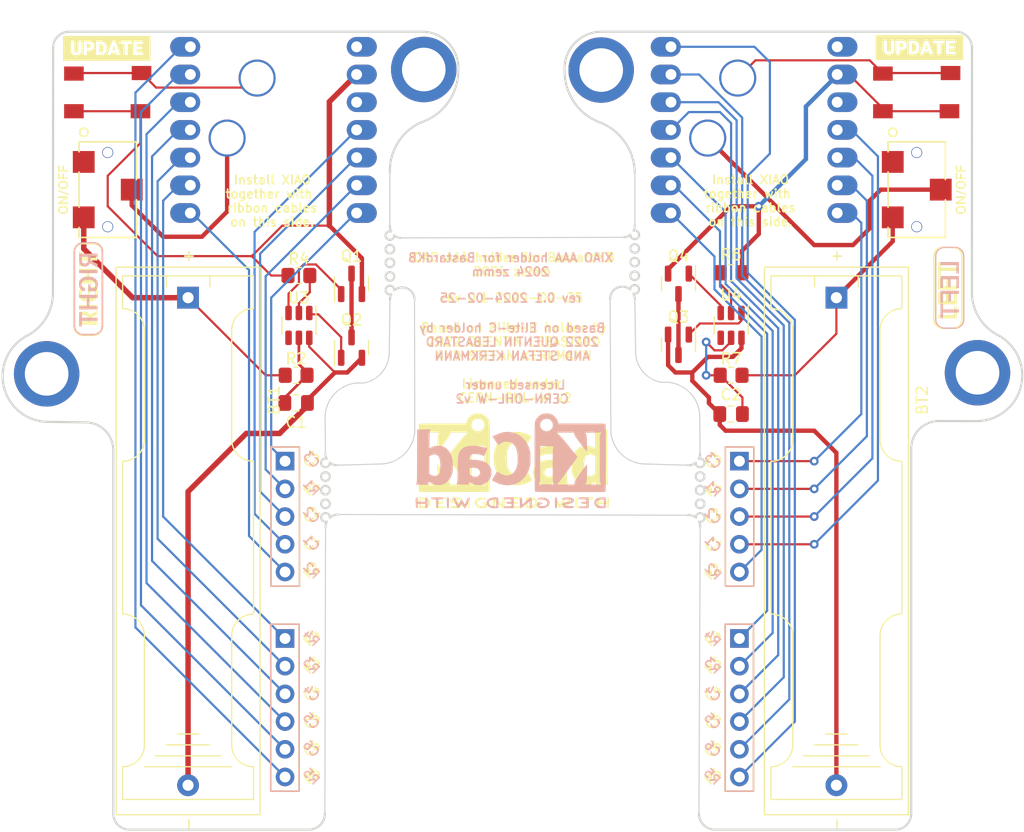
<source format=kicad_pcb>
(kicad_pcb (version 20221018) (generator pcbnew)
  (layers (0 "F.Cu" signal) (31 "B.Cu" signal) (34 "B.Paste" user) (35 "F.Paste" user) (36 "B.SilkS" user "B.Silkscreen") (37 "F.SilkS" user "F.Silkscreen") (38 "B.Mask" user) (39 "F.Mask" user) (44 "Edge.Cuts" user))
  (net 0 "")
  (net 2 "Net-(Q1-D)")
  (net 4 "col3_l")
  (net 5 "row1_l")
  (net 6 "col2_l")
  (net 7 "col1_l")
  (net 8 "row2_l")
  (net 9 "row4_l")
  (net 10 "row3_l")
  (net 11 "col4_l")
  (net 12 "col5_l")
  (net 13 "col6_l")
  (net 14 "row5_l")
  (net 15 "col3_r")
  (net 16 "row1_r")
  (net 17 "col2_r")
  (net 18 "col1_r")
  (net 19 "row2_r")
  (net 20 "row4_r")
  (net 21 "row3_r")
  (net 22 "col4_r")
  (net 23 "col5_r")
  (net 24 "col6_r")
  (net 25 "row5_r")
  (net 26 "bat_pos_sw_l")
  (net 27 "bat_pos_sw_r")
  (net 28 "Net-(Q2-G)")
  (net 29 "Net-(Q1-G)")
  (net 30 "rst_l")
  (net 31 "Net-(U3-VDD)")
  (net 32 "Net-(Q3-G)")
  (net 33 "Net-(Q3-D)")
  (net 34 "Net-(Q4-G)")
  (net 35 "rst_r")
  (net 40 "Net-(U4-VDD)")
  (net 45 "gnd_l")
  (net 46 "gnd_r")
  (net 47 "Net-(U3-VM)")
  (net 48 "Net-(U4-VM)")
  (net 49 "bat_pos_l")
  (net 50 "bat_pos_r")
  (net 53 "bat_neg_l")
  (net 54 "bat_neg_r")
  (footprint "Capacitor_SMD:C_0805_2012Metric_Pad1.18x1.45mm_HandSolder" (layer "F.Cu") (at 135.636 101.854)
    (fp_text reference "C1")
    (fp_text value "100n")
  )
  (footprint "Library:BatteryHolder_Keystone_2466_1xAAA" (layer "F.Cu") (at 125.73 92.202 -90)
    (fp_text reference "BT1")
    (fp_text value "Battery_Cell")
  )
  (footprint "Library:5_PinHeader" (layer "F.Cu") (at 134.62 107.188)
    (fp_text reference "J9" hide)
    (fp_text value "Ribbon")
  )
  (footprint "kibuzzard-61F01C84" (layer "F.Cu") (at 118.28 69.342)
    (fp_text reference "kibuzzard-61F01C84" hide)
    (fp_text value "G***" hide)
  )
  (footprint "LOGO" (layer "F.Cu") (at 155.448 107.188)
    (fp_text reference "G***" hide)
    (fp_text value "LOGO" hide)
  )
  (footprint "Package_TO_SOT_SMD:SOT-23" (layer "F.Cu") (at 140.716 96.774 90)
    (fp_text reference "Q2")
    (fp_text value "Q_NMOS_GSD" hide)
  )
  (footprint "Library:CL-SB-12B-01T" (layer "F.Cu") (at 192.532 82.296 -90)
    (fp_text reference "SW4")
    (fp_text value "SW_SPDT")
  )
  (footprint "Library:6_PinHeader" (layer "F.Cu") (at 176.276 123.444)
    (fp_text reference "J12" hide)
    (fp_text value "Ribbon")
  )
  (footprint "Resistor_SMD:R_0805_2012Metric_Pad1.20x1.40mm_HandSolder" (layer "F.Cu") (at 175.514 89.916)
    (fp_text reference "R6")
    (fp_text value "2.7k")
  )
  (footprint "Library:xiao-ble-smd-2-round-3mm-cutouts" (layer "F.Cu") (at 177.62 76.82)
    (fp_text reference "U2" hide)
    (fp_text value "xiao-ble" hide)
  )
  (footprint "Resistor_SMD:R_0805_2012Metric_Pad1.20x1.40mm_HandSolder" (layer "F.Cu") (at 175.514 99.314 180)
    (fp_text reference "R7")
    (fp_text value "330")
  )
  (footprint "Package_TO_SOT_SMD:SOT-23" (layer "F.Cu") (at 170.688 96.52 -90)
    (fp_text reference "Q3")
    (fp_text value "Q_NMOS_GSD" hide)
  )
  (footprint "Library:MountingHole_4mm_Pad_thin" (layer "F.Cu") (at 198.103921 99.08266)
    (fp_text reference "H3" hide)
    (fp_text value "M4")
  )
  (footprint "Library:PushSwitch" (layer "F.Cu") (at 192.532 73.406)
    (fp_text reference "SW2" hide)
    (fp_text value "SW_SPST")
  )
  (footprint "Resistor_SMD:R_0805_2012Metric_Pad1.20x1.40mm_HandSolder" (layer "F.Cu") (at 135.89 90.17 180)
    (fp_text reference "R4")
    (fp_text value "2.7k")
  )
  (footprint "kibuzzard-620B8593" (layer "F.Cu") (at 114.3 82.296 90)
    (fp_text reference "kibuzzard-620B8593" hide)
    (fp_text value "G***" hide)
  )
  (footprint "Library:5_PinHeader" (layer "F.Cu") (at 176.276 107.188)
    (fp_text reference "J11" hide)
    (fp_text value "Ribbon")
  )
  (footprint "Library:MountingHole_4mm_Pad_thin" (layer "F.Cu") (at 112.76262 99.18266)
    (fp_text reference "H4" hide)
    (fp_text value "M4")
  )
  (footprint "Package_TO_SOT_SMD:SOT-23-6" (layer "F.Cu") (at 135.89 94.742 -90)
    (fp_text reference "U3")
    (fp_text value "AP9101CK6" hide)
  )
  (footprint "kibuzzard-620B8593" (layer "F.Cu") (at 196.596 82.296 90)
    (fp_text reference "kibuzzard-620B8593" hide)
    (fp_text value "G***" hide)
  )
  (footprint "Library:MountingHole_4mm_Pad_thin" (layer "F.Cu") (at 147.33762 71.28266)
    (fp_text reference "H2" hide)
    (fp_text value "M4")
  )
  (footprint "kibuzzard-6208EFFE" (layer "F.Cu") (at 195.350264 91.512767 90)
    (fp_text reference "kibuzzard-6208EFFE" hide)
    (fp_text value "G***" hide)
  )
  (footprint "Library:BatteryHolder_Keystone_2466_1xAAA" (layer "F.Cu") (at 185.166 92.202 -90)
    (fp_text reference "BT2")
    (fp_text value "Battery_Cell")
  )
  (footprint "kibuzzard-61F01C84" (layer "F.Cu") (at 192.782 69.270088)
    (fp_text reference "kibuzzard-61F01C84" hide)
    (fp_text value "G***" hide)
  )
  (footprint "kibuzzard-61F01B61" (layer "F.Cu") (at 116.575675 91.324217 90)
    (fp_text reference "kibuzzard-61F01B61" hide)
    (fp_text value "G***" hide)
  )
  (footprint "Package_TO_SOT_SMD:SOT-23" (layer "F.Cu") (at 170.688 90.932 -90)
    (fp_text reference "Q4")
    (fp_text value "Q_NMOS_GSD" hide)
  )
  (footprint "Package_TO_SOT_SMD:SOT-23-6" (layer "F.Cu") (at 175.514 94.742 -90)
    (fp_text reference "U4")
    (fp_text value "AP9101CK6" hide)
  )
  (footprint "Library:PushSwitch" (layer "F.Cu") (at 118.364 73.406)
    (fp_text reference "SW1" hide)
    (fp_text value "SW_SPST")
  )
  (footprint "Library:xiao-ble-smd-2-round-3mm-cutouts" (layer "F.Cu") (at 133.56 76.82)
    (fp_text reference "U1" hide)
    (fp_text value "xiao-ble" hide)
  )
  (footprint "Resistor_SMD:R_0805_2012Metric_Pad1.20x1.40mm_HandSolder" (layer "F.Cu") (at 135.636 99.314 180)
    (fp_text reference "R2")
    (fp_text value "330")
  )
  (footprint "Package_TO_SOT_SMD:SOT-23" (layer "F.Cu") (at 140.716 90.932 90)
    (fp_text reference "Q1")
    (fp_text value "Q_NMOS_GSD" hide)
  )
  (footprint "Capacitor_SMD:C_0805_2012Metric_Pad1.18x1.45mm_HandSolder" (layer "F.Cu") (at 175.514 102.87 180)
    (fp_text reference "C2")
    (fp_text value "100n")
  )
  (footprint "Library:CL-SB-12B-01T" (layer "F.Cu") (at 118.364 82.296 -90)
    (fp_text reference "SW3")
    (fp_text value "SW_SPDT")
  )
  (footprint "Library:MountingHole_4mm_Pad_thin" (layer "F.Cu") (at 163.603921 71.33266)
    (fp_text reference "H1" hide)
    (fp_text value "M4")
  )
  (footprint "Library:6_PinHeader" (layer "F.Cu") (at 134.62 123.444)
    (fp_text reference "J10" hide)
    (fp_text value "Ribbon")
  )
  (footprint "kibuzzard-6208EFFE" (layer "B.Cu") (at 195.550264 91.512767 -90)
    (fp_text reference "kibuzzard-6208EFFE" hide)
    (fp_text value "G***" hide)
  )
  (footprint "LOGO" (layer "B.Cu") (at 155.448 107.188 180)
    (fp_text reference "G***" hide)
    (fp_text value "LOGO" hide)
  )
  (footprint "kibuzzard-61F01B61" (layer "B.Cu") (at 116.596654 91.504587 -90)
    (fp_text reference "kibuzzard-61F01B61" hide)
    (fp_text value "G***" hide)
  )
  (gr_arc (start 117.876978 94.801304) (mid 117.646255 95.344625) (end 117.1059 95.582193) (stroke (width 0.15)) (layer "B.SilkS"))
  (gr_line (start 195.042424 87.591689) (end 196.061535 87.591689) (stroke (width 0.12)) (layer "B.SilkS"))
  (gr_arc (start 196.842424 94.212767) (mid 196.61162 94.755991) (end 196.071346 94.993656) (stroke (width 0.12)) (layer "B.SilkS"))
  (gr_line (start 115.3059 87.961115) (end 115.3059 94.786115) (stroke (width 0.15)) (layer "B.SilkS"))
  (gr_arc (start 194.271346 88.372578) (mid 194.502105 87.829289) (end 195.042424 87.591689) (stroke (width 0.12)) (layer "B.SilkS"))
  (gr_arc (start 196.061535 87.591689) (mid 196.613451 87.831341) (end 196.842425 88.387767) (stroke (width 0.12)) (layer "B.SilkS"))
  (gr_line (start 196.842424 94.212767) (end 196.842424 88.387767) (stroke (width 0.12)) (layer "B.SilkS"))
  (gr_line (start 196.071346 94.993656) (end 195.052235 94.993656) (stroke (width 0.12)) (layer "B.SilkS"))
  (gr_line (start 194.271346 88.372578) (end 194.271345 94.197578) (stroke (width 0.12)) (layer "B.SilkS"))
  (gr_arc (start 115.3059 87.961115) (mid 115.536685 87.417868) (end 116.076978 87.180226) (stroke (width 0.15)) (layer "B.SilkS"))
  (gr_line (start 117.876978 94.801304) (end 117.876979 87.976304) (stroke (width 0.15)) (layer "B.SilkS"))
  (gr_line (start 116.076978 87.180226) (end 117.096089 87.180226) (stroke (width 0.15)) (layer "B.SilkS"))
  (gr_arc (start 195.052235 94.993656) (mid 194.500385 94.753962) (end 194.271345 94.197578) (stroke (width 0.12)) (layer "B.SilkS"))
  (gr_line (start 117.1059 95.582193) (end 116.086789 95.582193) (stroke (width 0.15)) (layer "B.SilkS"))
  (gr_arc (start 116.086789 95.582193) (mid 115.53491 95.3425) (end 115.305899 94.786115) (stroke (width 0.15)) (layer "B.SilkS"))
  (gr_arc (start 117.096089 87.180226) (mid 117.647983 87.4199) (end 117.876979 87.976304) (stroke (width 0.15)) (layer "B.SilkS"))
  (gr_line (start 117.07511 95.648578) (end 116.055999 95.648578) (stroke (width 0.15)) (layer "F.SilkS"))
  (gr_line (start 117.856 94.8525) (end 117.855999 88.0275) (stroke (width 0.15)) (layer "F.SilkS"))
  (gr_arc (start 117.084921 87.246611) (mid 117.625261 87.484197) (end 117.855999 88.0275) (stroke (width 0.15)) (layer "F.SilkS"))
  (gr_line (start 194.881154 87.591689) (end 195.900265 87.591689) (stroke (width 0.12)) (layer "F.SilkS"))
  (gr_arc (start 195.900265 87.591689) (mid 196.440603 87.829301) (end 196.671343 88.372578) (stroke (width 0.12)) (layer "F.SilkS"))
  (gr_arc (start 194.100264 88.387767) (mid 194.329275 87.831375) (end 194.881154 87.591689) (stroke (width 0.12)) (layer "F.SilkS"))
  (gr_arc (start 196.671344 94.197578) (mid 196.442317 94.753944) (end 195.890454 94.993656) (stroke (width 0.12)) (layer "F.SilkS"))
  (gr_arc (start 194.871343 94.993656) (mid 194.331081 94.756009) (end 194.100265 94.212767) (stroke (width 0.12)) (layer "F.SilkS"))
  (gr_line (start 195.890454 94.993656) (end 194.871343 94.993656) (stroke (width 0.12)) (layer "F.SilkS"))
  (gr_line (start 194.100264 88.387767) (end 194.100265 94.212767) (stroke (width 0.12)) (layer "F.SilkS"))
  (gr_arc (start 116.055999 95.648578) (mid 115.51572 95.410952) (end 115.284921 94.867689) (stroke (width 0.15)) (layer "F.SilkS"))
  (gr_arc (start 117.856 94.8525) (mid 117.627006 95.40892) (end 117.07511 95.648578) (stroke (width 0.15)) (layer "F.SilkS"))
  (gr_line (start 196.671343 94.197578) (end 196.671343 88.372578) (stroke (width 0.12)) (layer "F.SilkS"))
  (gr_line (start 116.06581 87.246611) (end 117.084921 87.246611) (stroke (width 0.15)) (layer "F.SilkS"))
  (gr_arc (start 115.28492 88.042689) (mid 115.513928 87.486287) (end 116.06581 87.246611) (stroke (width 0.15)) (layer "F.SilkS"))
  (gr_line (start 115.284921 88.042689) (end 115.284921 94.867689) (stroke (width 0.15)) (layer "F.SilkS"))
  (gr_arc (start 172.567249 112.733917) (mid 172.652014 112.972998) (end 172.681042 113.224993) (stroke (width 0.2)) (layer "Edge.Cuts"))
  (gr_arc (start 113.341486 91.773749) (mid 112.713926 94.049213) (end 111.001486 95.673749) (stroke (width 0.2)) (layer "Edge.Cuts"))
  (gr_line (start 138.321139 106.475003) (end 138.294848 103.02) (stroke (width 0.1)) (layer "Edge.Cuts"))
  (gr_line (start 120.344534 140.97) (end 136.808999 140.97) (stroke (width 0.2)) (layer "Edge.Cuts"))
  (gr_circle (center 166.676385 90.188657) (end 166.676385 90.588657) (stroke (width 0.2)) (fill none) (layer "Edge.Cuts"))
  (gr_arc (start 144.230005 80.69637) (mid 144.961177 78.00204) (end 147.046951 76.14637) (stroke (width 0.2)) (layer "Edge.Cuts"))
  (gr_line (start 169.707184 99.95202) (end 169.060898 99.95202) (stroke (width 0.1)) (layer "Edge.Cuts"))
  (gr_line (start 141.87 100.02) (end 141.223714 100.02) (stroke (width 0.1)) (layer "Edge.Cuts"))
  (gr_circle (center 138.327029 109.849998) (end 138.327029 110.249998) (stroke (width 0.2)) (fill none) (layer "Edge.Cuts"))
  (gr_arc (start 145.198953 86.719957) (mid 144.896875 86.650598) (end 144.631223 86.490941) (stroke (width 0.2)) (layer "Edge.Cuts"))
  (gr_line (start 139.500307 112.078164) (end 171.553049 112.145365) (stroke (width 0.1)) (layer "Edge.Cuts"))
  (gr_arc (start 144.353864 91.890163) (mid 143.92409 91.26161) (end 144.640003 91.520942) (stroke (width 0.2)) (layer "Edge.Cuts"))
  (gr_arc (start 192.024 139.521031) (mid 191.588333 140.551018) (end 190.551466 140.97) (stroke (width 0.2)) (layer "Edge.Cuts"))
  (gr_arc (start 166.560598 91.822183) (mid 166.648817 92.061652) (end 166.689112 92.313653) (stroke (width 0.2)) (layer "Edge.Cuts"))
  (gr_line (start 172.681042 113.224993) (end 172.5655 139.493879) (stroke (width 0.1)) (layer "Edge.Cuts"))
  (gr_arc (start 172.279824 112.365697) (mid 172.994906 112.103868) (end 172.567249 112.733917) (stroke (width 0.2)) (layer "Edge.Cuts"))
  (gr_line (start 144.230005 85.631645) (end 144.230005 80.69637) (stroke (width 0.1)) (layer "Edge.Cuts"))
  (gr_line (start 112.943471 103.585074) (end 116.332 103.632) (stroke (width 0.2)) (layer "Edge.Cuts"))
  (gr_arc (start 147.305648 67.818) (mid 149.640324 68.89922) (end 150.500942 71.323904) (stroke (width 0.2)) (layer "Edge.Cuts"))
  (gr_arc (start 144.17 97.12) (mid 143.551367 98.991429) (end 141.87 100.02) (stroke (width 0.1)) (layer "Edge.Cuts"))
  (gr_arc (start 199.929412 95.605769) (mid 202.084528 100.328794) (end 197.987427 103.517094) (stroke (width 0.2)) (layer "Edge.Cuts"))
  (gr_circle (center 144.233714 87.756642) (end 144.233714 88.156642) (stroke (width 0.2)) (fill none) (layer "Edge.Cuts"))
  (gr_arc (start 172.669261 106.475005) (mid 172.641111 106.727101) (end 172.557183 106.966475) (stroke (width 0.2)) (layer "Edge.Cuts"))
  (gr_arc (start 160.25 71.391884) (mid 161.16756 68.877677) (end 163.62525 67.818) (stroke (width 0.2)) (layer "Edge.Cuts"))
  (gr_line (start 138.33292 113.224991) (end 138.270998 139.493879) (stroke (width 0.1)) (layer "Edge.Cuts"))
  (gr_circle (center 144.235895 89.00664) (end 144.235895 89.40664) (stroke (width 0.2)) (fill none) (layer "Edge.Cuts"))
  (gr_arc (start 150.500942 71.323904) (mid 149.564982 74.3017) (end 147.046951 76.14637) (stroke (width 0.2)) (layer "Edge.Cuts"))
  (gr_circle (center 172.677333 111.099996) (end 172.677333 110.699996) (stroke (width 0.2)) (fill none) (layer "Edge.Cuts"))
  (gr_arc (start 138.731137 112.3643) (mid 139.090702 112.153975) (end 139.500307 112.078164) (stroke (width 0.2)) (layer "Edge.Cuts"))
  (gr_arc (start 144.640003 91.520942) (mid 145.839178 91.358655) (end 146.491782 92.377707) (stroke (width 0.2)) (layer "Edge.Cuts"))
  (gr_line (start 196.149412 67.818) (end 163.62525 67.818) (stroke (width 0.2)) (layer "Edge.Cuts"))
  (gr_arc (start 144.241786 92.381633) (mid 144.269943 92.12954) (end 144.353864 91.890163) (stroke (width 0.2)) (layer "Edge.Cuts"))
  (gr_line (start 171.550389 107.56061) (end 167.490399 107.442) (stroke (width 0.1)) (layer "Edge.Cuts"))
  (gr_line (start 144.17 97.12) (end 144.241786 92.381633) (stroke (width 0.1)) (layer "Edge.Cuts"))
  (gr_line (start 192.024 106.048071) (end 192.024 139.521031) (stroke (width 0.2)) (layer "Edge.Cuts"))
  (gr_arc (start 169.707184 99.95202) (mid 171.731588 100.90533) (end 172.63605 102.95202) (stroke (width 0.1)) (layer "Edge.Cuts"))
  (gr_arc (start 139.345613 107.561458) (mid 139.013941 107.502874) (end 138.722357 107.334299) (stroke (width 0.2)) (layer "Edge.Cuts"))
  (gr_arc (start 138.434932 106.966079) (mid 138.350169 106.726997) (end 138.321139 106.475003) (stroke (width 0.2)) (layer "Edge.Cuts"))
  (gr_line (start 165.654037 86.668783) (end 145.198953 86.719957) (stroke (width 0.1)) (layer "Edge.Cuts"))
  (gr_line (start 166.689112 92.313653) (end 166.760898 97.05202) (stroke (width 0.1)) (layer "Edge.Cuts"))
  (gr_line (start 146.491782 92.377707) (end 146.51 104.513134) (stroke (width 0.1)) (layer "Edge.Cuts"))
  (gr_arc (start 166.283239 86.422961) (mid 165.988877 86.597675) (end 165.654037 86.668783) (stroke (width 0.2)) (layer "Edge.Cuts"))
  (gr_circle (center 172.675152 109.849998) (end 172.675152 109.449998) (stroke (width 0.2)) (fill none) (layer "Edge.Cuts"))
  (gr_line (start 147.305648 67.818) (end 114.808 67.818) (stroke (width 0.2)) (layer "Edge.Cuts"))
  (gr_line (start 139.345613 107.561458) (end 143.51 107.442) (stroke (width 0.1)) (layer "Edge.Cuts"))
  (gr_arc (start 167.490399 107.442) (mid 165.443717 106.537525) (end 164.490399 104.513134) (stroke (width 0.1)) (layer "Edge.Cuts"))
  (gr_circle (center 172.67297 108.600001) (end 172.67297 108.200001) (stroke (width 0.2)) (fill none) (layer "Edge.Cuts"))
  (gr_arc (start 163.703991 76.21435) (mid 161.185942 74.369687) (end 160.25 71.391884) (stroke (width 0.2)) (layer "Edge.Cuts"))
  (gr_circle (center 138.324848 108.6) (end 138.324848 109) (stroke (width 0.2)) (fill none) (layer "Edge.Cuts"))
  (gr_arc (start 138.722357 107.334299) (mid 138.007316 107.59613) (end 138.434932 106.966079) (stroke (width 0.2)) (layer "Edge.Cuts"))
  (gr_arc (start 169.060898 99.95202) (mid 167.379531 98.923449) (end 166.760898 97.05202) (stroke (width 0.1)) (layer "Edge.Cuts"))
  (gr_arc (start 112.943471 103.585074) (mid 108.84637 100.396774) (end 111.001486 95.673749) (stroke (width 0.2)) (layer "Edge.Cuts"))
  (gr_arc (start 144.343798 86.122721) (mid 144.259042 85.883639) (end 144.230005 85.631645) (stroke (width 0.2)) (layer "Edge.Cuts"))
  (gr_line (start 172.63605 102.95202) (end 172.669261 106.475005) (stroke (width 0.1)) (layer "Edge.Cuts"))
  (gr_line (start 174.027499 140.97) (end 190.551466 140.97) (stroke (width 0.2)) (layer "Edge.Cuts"))
  (gr_circle (center 138.329211 111.099995) (end 138.329211 111.499995) (stroke (width 0.2)) (fill none) (layer "Edge.Cuts"))
  (gr_arc (start 113.358 69.288) (mid 113.781423 68.255518) (end 114.808 67.818) (stroke (width 0.2)) (layer "Edge.Cuts"))
  (gr_arc (start 146.51 104.513134) (mid 145.556665 106.537497) (end 143.51 107.442) (stroke (width 0.1)) (layer "Edge.Cuts"))
  (gr_line (start 197.589412 91.705769) (end 197.599412 69.288) (stroke (width 0.2)) (layer "Edge.Cuts"))
  (gr_line (start 118.872 139.521031) (end 118.872 106.172) (stroke (width 0.2)) (layer "Edge.Cuts"))
  (gr_arc (start 163.703991 76.21435) (mid 165.856258 78.05569) (end 166.684457 80.76435) (stroke (width 0.2)) (layer "Edge.Cuts"))
  (gr_arc (start 172.557183 106.966475) (mid 172.986901 107.595029) (end 172.271044 107.335696) (stroke (width 0.2)) (layer "Edge.Cuts"))
  (gr_line (start 194.564 103.508071) (end 197.987427 103.517094) (stroke (width 0.2)) (layer "Edge.Cuts"))
  (gr_arc (start 138.270998 139.493879) (mid 137.847645 140.536631) (end 136.808999 140.97) (stroke (width 0.2)) (layer "Edge.Cuts"))
  (gr_arc (start 171.553049 112.145365) (mid 171.939026 112.181018) (end 172.279824 112.365697) (stroke (width 0.2)) (layer "Edge.Cuts"))
  (gr_arc (start 172.271044 107.335696) (mid 171.933506 107.521172) (end 171.550389 107.56061) (stroke (width 0.2)) (layer "Edge.Cuts"))
  (gr_arc (start 120.344534 140.97) (mid 119.307671 140.551014) (end 118.872 139.521031) (stroke (width 0.2)) (layer "Edge.Cuts"))
  (gr_circle (center 166.678567 88.93866) (end 166.678567 89.33866) (stroke (width 0.2)) (fill none) (layer "Edge.Cuts"))
  (gr_circle (center 166.680748 87.688662) (end 166.680748 88.088662) (stroke (width 0.2)) (fill none) (layer "Edge.Cuts"))
  (gr_arc (start 166.684457 85.563665) (mid 166.65542 85.815659) (end 166.570664 86.054741) (stroke (width 0.2)) (layer "Edge.Cuts"))
  (gr_arc (start 116.332 103.632) (mid 118.128037 104.375963) (end 118.872 106.172) (stroke (width 0.2)) (layer "Edge.Cuts"))
  (gr_arc (start 144.631223 86.490941) (mid 143.91622 86.752769) (end 144.343798 86.122721) (stroke (width 0.2)) (layer "Edge.Cuts"))
  (gr_arc (start 138.33292 113.224991) (mid 138.361071 112.972895) (end 138.444998 112.733521) (stroke (width 0.2)) (layer "Edge.Cuts"))
  (gr_arc (start 138.294848 103.02) (mid 139.199325 100.973329) (end 141.223714 100.02) (stroke (width 0.1)) (layer "Edge.Cuts"))
  (gr_arc (start 174.027499 140.97) (mid 172.988818 140.53666) (end 172.5655 139.493879) (stroke (width 0.2)) (layer "Edge.Cuts"))
  (gr_line (start 164.42268 92.309727) (end 164.490399 104.513134) (stroke (width 0.1)) (layer "Edge.Cuts"))
  (gr_arc (start 199.929412 95.605769) (mid 198.216972 93.981233) (end 197.589412 91.705769) (stroke (width 0.2)) (layer "Edge.Cuts"))
  (gr_line (start 166.684457 80.76435) (end 166.684457 85.563665) (stroke (width 0.1)) (layer "Edge.Cuts"))
  (gr_arc (start 164.42268 92.309727) (mid 165.075283 91.290673) (end 166.274459 91.452962) (stroke (width 0.2)) (layer "Edge.Cuts"))
  (gr_arc (start 196.149412 67.818) (mid 197.175963 68.255539) (end 197.599412 69.288) (stroke (width 0.2)) (layer "Edge.Cuts"))
  (gr_circle (center 144.238077 90.256637) (end 144.238077 90.656637) (stroke (width 0.2)) (fill none) (layer "Edge.Cuts"))
  (gr_arc (start 138.444998 112.733521) (mid 138.015158 112.104993) (end 138.731137 112.3643) (stroke (width 0.2)) (layer "Edge.Cuts"))
  (gr_line (start 113.358 69.288) (end 113.341486 91.773749) (stroke (width 0.2)) (layer "Edge.Cuts"))
  (gr_arc (start 166.570664 86.054741) (mid 166.998242 86.684789) (end 166.283239 86.422961) (stroke (width 0.2)) (layer "Edge.Cuts"))
  (gr_arc (start 166.274459 91.452962) (mid 166.990372 91.19363) (end 166.560598 91.822183) (stroke (width 0.2)) (layer "Edge.Cuts"))
  (gr_arc (start 192.024 106.048071) (mid 192.767962 104.252056) (end 194.564 103.508071) (stroke (width 0.2)) (layer "Edge.Cuts"))
  (gr_text "R4" (at 173.798801 123.404001 -45) (layer "B.SilkS") (effects (font (size 0.8 0.8)) (justify mirror)))
  (gr_text "C2" (at 173.841659 112.228001 -45) (layer "B.SilkS") (effects (font (size 0.8 0.8)) (justify mirror)))
  (gr_text "C4" (at 173.798801 128.484001 -45) (layer "B.SilkS") (effects (font (size 0.8 0.8)) (justify mirror)))
  (gr_text "R4" (at 137.024116 123.384002 315) (layer "B.SilkS") (effects (font (size 0.8 0.8)) (justify mirror)))
  (gr_text "C6" (at 137.024116 133.544002 315) (layer "B.SilkS") (effects (font (size 0.8 0.8)) (justify mirror)))
  (gr_text "R5" (at 137.024116 136.084002 315) (layer "B.SilkS") (effects (font (size 0.8 0.8)) (justify mirror)))
  (gr_text "R2" (at 173.841659 117.308001 -45) (layer "B.SilkS") (effects (font (size 0.8 0.8)) (justify mirror)))
  (gr_text "C6" (at 173.798801 133.564001 -45) (layer "B.SilkS") (effects (font (size 0.8 0.8)) (justify mirror)))
  (gr_text "R5" (at 173.773401 136.098059 -45) (layer "B.SilkS") (effects (font (size 0.8 0.8)) (justify mirror)))
  (gr_text "C1" (at 137.037458 114.667999 -45) (layer "B.SilkS") (effects (font (size 0.8 0.8)) (justify mirror)))
  (gr_text "R1" (at 173.841659 109.688001 -45) (layer "B.SilkS") (effects (font (size 0.8 0.8)) (justify mirror)))
  (gr_text "R1" (at 137.037458 109.587999 -45) (layer "B.SilkS") (effects (font (size 0.8 0.8)) (justify mirror)))
  (gr_text "C5" (at 173.798801 131.024001 -45) (layer "B.SilkS") (effects (font (size 0.8 0.8)) (justify mirror)))
  (gr_text "Based on Elite-C holder by\n2022 QUENTIN LEBASTARD\nAND STEFAN KERKMANN\n" (at 155.448 96.266) (layer "B.SilkS") (effects (font (size 0.8 0.8)) (justify mirror)))
  (gr_text "C4" (at 137.024116 128.464002 315) (layer "B.SilkS") (effects (font (size 0.8 0.8)) (justify mirror)))
  (gr_text "R3" (at 137.024116 125.924002 315) (layer "B.SilkS") (effects (font (size 0.8 0.8)) (justify mirror)))
  (gr_text "R2" (at 137.037458 117.207999 -45) (layer "B.SilkS") (effects (font (size 0.8 0.8)) (justify mirror)))
  (gr_text "rev 0.1 2024-02-25" (at 155.293006 92.231461) (layer "B.SilkS") (effects (font (size 0.8 0.8)) (justify mirror)))
  (gr_text "C3" (at 173.841659 107.148001 -45) (layer "B.SilkS") (effects (font (size 0.8 0.8)) (justify mirror)))
  (gr_text "C3" (at 137.037458 107.047999 -45) (layer "B.SilkS") (effects (font (size 0.8 0.8)) (justify mirror)))
  (gr_text "R3" (at 173.798801 125.944001 -45) (layer "B.SilkS") (effects (font (size 0.8 0.8)) (justify mirror)))
  (gr_text "C1" (at 173.841659 114.768001 -45) (layer "B.SilkS") (effects (font (size 0.8 0.8)) (justify mirror)))
  (gr_text "C2" (at 137.037458 112.127999 -45) (layer "B.SilkS") (effects (font (size 0.8 0.8)) (justify mirror)))
  (gr_text "C5" (at 137.024116 131.004002 315) (layer "B.SilkS") (effects (font (size 0.8 0.8)) (justify mirror)))
  (gr_text "Licensed under \nCERN-OHL-W v2" (at 155.448 100.838) (layer "B.SilkS") (effects (font (size 0.8 0.8)) (justify mirror)))
  (gr_text "XIAO AAA holder for BastardKB\n2024 zemm" (at 155.293006 89.183461) (layer "B.SilkS") (effects (font (size 0.8 0.8)) (justify mirror)))
  (gr_text "R3" (at 137.100316 125.924001 45) (layer "F.SilkS") (effects (font (size 0.8 0.8))))
  (gr_text "R4" (at 173.875001 123.404002 45) (layer "F.SilkS") (effects (font (size 0.8 0.8))))
  (gr_text "C2" (at 137.062858 112.128 45) (layer "F.SilkS") (effects (font (size 0.8 0.8))))
  (gr_text "C2" (at 173.867059 112.228002 45) (layer "F.SilkS") (effects (font (size 0.8 0.8))))
  (gr_text "Based on Elite-C holder by\n2022 QUENTIN LEBASTARD\nAND STEFAN KERKMANN" (at 155.602994 96.236539) (layer "F.SilkS") (effects (font (size 0.8 0.8))))
  (gr_text "C4" (at 137.100316 128.464001 45) (layer "F.SilkS") (effects (font (size 0.8 0.8))))
  (gr_text "R2" (at 137.062858 117.208 45) (layer "F.SilkS") (effects (font (size 0.8 0.8))))
  (gr_text "R1" (at 137.062858 109.588 45) (layer "F.SilkS") (effects (font (size 0.8 0.8))))
  (gr_text "C6" (at 173.875001 133.564002 45) (layer "F.SilkS") (effects (font (size 0.8 0.8))))
  (gr_text "XIAO AAA holder for BastardKB\n2024 zemm" (at 155.448 89.154) (layer "F.SilkS") (effects (font (size 0.8 0.8))))
  (gr_text "R4" (at 137.100316 123.384001 45) (layer "F.SilkS") (effects (font (size 0.8 0.8))))
  (gr_text "rev 0.1 2024-02-25" (at 155.448 92.202) (layer "F.SilkS") (effects (font (size 0.8 0.8))))
  (gr_text "C5" (at 173.875001 131.024002 45) (layer "F.SilkS") (effects (font (size 0.8 0.8))))
  (gr_text "C1" (at 173.867059 114.768002 45) (layer "F.SilkS") (effects (font (size 0.8 0.8))))
  (gr_text "R3" (at 173.875001 125.944002 45) (layer "F.SilkS") (effects (font (size 0.8 0.8))))
  (gr_text "C3" (at 173.867059 107.148002 45) (layer "F.SilkS") (effects (font (size 0.8 0.8))))
  (gr_text "R5" (at 137.125716 136.078059 45) (layer "F.SilkS") (effects (font (size 0.8 0.8))))
  (gr_text "Install XIAO\ntogether with \nribbon cables\non this side." (at 133.45 83.333613) (layer "F.SilkS") (effects (font (size 0.8 0.8))))
  (gr_text "C5" (at 137.100316 131.004001 45) (layer "F.SilkS") (effects (font (size 0.8 0.8))))
  (gr_text "C3" (at 137.062858 107.048 45) (layer "F.SilkS") (effects (font (size 0.8 0.8))))
  (gr_text "R1" (at 173.867059 109.688002 45) (layer "F.SilkS") (effects (font (size 0.8 0.8))))
  (gr_text "Install XIAO\ntogether with \nribbon cables\non this side." (at 177.292 83.312) (layer "F.SilkS") (effects (font (size 0.8 0.8))))
  (gr_text "C4" (at 173.875001 128.484002 45) (layer "F.SilkS") (effects (font (size 0.8 0.8))))
  (gr_text "R2" (at 173.867059 117.308002 45) (layer "F.SilkS") (effects (font (size 0.8 0.8))))
  (gr_text "R5" (at 173.875001 136.104002 45) (layer "F.SilkS") (effects (font (size 0.8 0.8))))
  (gr_text "C1" (at 137.062858 114.668 45) (layer "F.SilkS") (effects (font (size 0.8 0.8))))
  (gr_text "Licensed under \nCERN-OHL-W v2" (at 155.698 100.738) (layer "F.SilkS") (effects (font (size 0.8 0.8))))
  (gr_text "C6" (at 137.100316 133.544001 45) (layer "F.SilkS") (effects (font (size 0.8 0.8))))
  (segment (start 140.716 89.9945) (end 140.716 95.8365) (width 0.4) (layer "F.Cu") (net 2))
  (segment (start 141.112 84.44) (end 133.35 92.202) (width 0.2) (layer "B.Cu") (net 4))
  (segment (start 141.18 84.44) (end 141.112 84.44) (width 0.2) (layer "B.Cu") (net 4))
  (segment (start 133.35 92.202) (end 133.35 105.918) (width 0.2) (layer "B.Cu") (net 4))
  (segment (start 133.35 105.918) (end 134.62 107.188) (width 0.2) (layer "B.Cu") (net 4))
  (segment (start 134.62 109.728) (end 132.842 107.95) (width 0.2) (layer "B.Cu") (net 5))
  (segment (start 132.842 107.95) (end 132.842 90.238) (width 0.2) (layer "B.Cu") (net 5))
  (segment (start 132.842 90.238) (end 141.18 81.9) (width 0.2) (layer "B.Cu") (net 5))
  (segment (start 132.334 88.172) (end 141.146 79.36) (width 0.2) (layer "B.Cu") (net 6))
  (segment (start 141.146 79.36) (end 141.18 79.36) (width 0.2) (layer "B.Cu") (net 6))
  (segment (start 134.62 112.268) (end 132.334 109.982) (width 0.2) (layer "B.Cu") (net 6))
  (segment (start 132.334 109.982) (end 132.334 88.172) (width 0.2) (layer "B.Cu") (net 6))
  (segment (start 131.826 112.014) (end 134.62 114.808) (width 0.2) (layer "B.Cu") (net 7))
  (segment (start 141.18 76.82) (end 131.826 86.174) (width 0.2) (layer "B.Cu") (net 7))
  (segment (start 131.826 86.174) (end 131.826 112.014) (width 0.2) (layer "B.Cu") (net 7))
  (segment (start 131.318 114.046) (end 131.318 89.662) (width 0.2) (layer "B.Cu") (net 8))
  (segment (start 126.096 84.44) (end 125.94 84.44) (width 0.2) (layer "B.Cu") (net 8))
  (segment (start 134.62 117.348) (end 131.318 114.046) (width 0.2) (layer "B.Cu") (net 8))
  (segment (start 131.318 89.662) (end 126.096 84.44) (width 0.2) (layer "B.Cu") (net 8))
  (segment (start 125.94 81.9) (end 124.856 81.9) (width 0.2) (layer "B.Cu") (net 9))
  (segment (start 123.444 112.268) (end 134.62 123.444) (width 0.2) (layer "B.Cu") (net 9))
  (segment (start 123.444 83.312) (end 123.444 112.268) (width 0.2) (layer "B.Cu") (net 9))
  (segment (start 124.856 81.9) (end 123.444 83.312) (width 0.2) (layer "B.Cu") (net 9))
  (segment (start 125.94 79.36) (end 125.11 79.36) (width 0.2) (layer "B.Cu") (net 10))
  (segment (start 122.936 81.534) (end 122.936 114.3) (width 0.2) (layer "B.Cu") (net 10))
  (segment (start 125.11 79.36) (end 122.936 81.534) (width 0.2) (layer "B.Cu") (net 10))
  (segment (start 122.936 114.3) (end 134.62 125.984) (width 0.2) (layer "B.Cu") (net 10))
  (segment (start 122.428 116.332) (end 134.62 128.524) (width 0.2) (layer "B.Cu") (net 11))
  (segment (start 125.94 76.82) (end 124.856 76.82) (width 0.2) (layer "B.Cu") (net 11))
  (segment (start 122.428 79.248) (end 122.428 116.332) (width 0.2) (layer "B.Cu") (net 11))
  (segment (start 124.856 76.82) (end 122.428 79.248) (width 0.2) (layer "B.Cu") (net 11))
  (segment (start 124.856 74.28) (end 121.92 77.216) (width 0.2) (layer "B.Cu") (net 12))
  (segment (start 125.94 74.28) (end 124.856 74.28) (width 0.2) (layer "B.Cu") (net 12))
  (segment (start 121.92 118.364) (end 134.62 131.064) (width 0.2) (layer "B.Cu") (net 12))
  (segment (start 121.92 77.216) (end 121.92 118.364) (width 0.2) (layer "B.Cu") (net 12))
  (segment (start 121.412 75.184) (end 121.412 120.396) (width 0.2) (layer "B.Cu") (net 13))
  (segment (start 124.856 71.74) (end 121.412 75.184) (width 0.2) (layer "B.Cu") (net 13))
  (segment (start 121.412 120.396) (end 134.62 133.604) (width 0.2) (layer "B.Cu") (net 13))
  (segment (start 125.94 71.74) (end 124.856 71.74) (width 0.2) (layer "B.Cu") (net 13))
  (segment (start 125.11 69.2) (end 120.904 73.406) (width 0.2) (layer "B.Cu") (net 14))
  (segment (start 120.904 73.406) (end 120.904 122.428) (width 0.2) (layer "B.Cu") (net 14))
  (segment (start 120.904 122.428) (end 134.62 136.144) (width 0.2) (layer "B.Cu") (net 14))
  (segment (start 125.94 69.2) (end 125.11 69.2) (width 0.2) (layer "B.Cu") (net 14))
  (segment (start 176.276 107.188) (end 183.134 107.188) (width 0.2) (layer "F.Cu") (net 15))
  (via (at 183.134 107.188) (size 0.8) (drill 0.4) (layers "F.Cu" "B.Cu") (net 15))
  (segment (start 187.452 102.87) (end 183.134 107.188) (width 0.2) (layer "B.Cu") (net 15))
  (segment (start 185.24 84.44) (end 186.548 84.44) (width 0.2) (layer "B.Cu") (net 15))
  (segment (start 186.548 84.44) (end 187.452 85.344) (width 0.2) (layer "B.Cu") (net 15))
  (segment (start 187.452 85.344) (end 187.452 102.87) (width 0.2) (layer "B.Cu") (net 15))
  (segment (start 176.276 109.728) (end 183.134 109.728) (width 0.2) (layer "F.Cu") (net 16))
  (via (at 183.134 109.728) (size 0.8) (drill 0.4) (layers "F.Cu" "B.Cu") (net 16))
  (segment (start 187.96 83.312) (end 187.96 104.902) (width 0.2) (layer "B.Cu") (net 16))
  (segment (start 187.96 104.902) (end 183.134 109.728) (width 0.2) (layer "B.Cu") (net 16))
  (segment (start 186.548 81.9) (end 187.96 83.312) (width 0.2) (layer "B.Cu") (net 16))
  (segment (start 185.24 81.9) (end 186.548 81.9) (width 0.2) (layer "B.Cu") (net 16))
  (segment (start 176.276 112.268) (end 183.134 112.268) (width 0.2) (layer "F.Cu") (net 17))
  (via (at 183.134 112.268) (size 0.8) (drill 0.4) (layers "F.Cu" "B.Cu") (net 17))
  (segment (start 186.802 79.36) (end 188.468 81.026) (width 0.2) (layer "B.Cu") (net 17))
  (segment (start 188.468 81.026) (end 188.468 106.934) (width 0.2) (layer "B.Cu") (net 17))
  (segment (start 188.468 106.934) (end 183.134 112.268) (width 0.2) (layer "B.Cu") (net 17))
  (segment (start 185.24 79.36) (end 186.802 79.36) (width 0.2) (layer "B.Cu") (net 17))
  (segment (start 176.276 114.808) (end 183.134 114.808) (width 0.2) (layer "F.Cu") (net 18))
  (via (at 183.134 114.808) (size 0.8) (drill 0.4) (layers "F.Cu" "B.Cu") (net 18))
  (segment (start 188.976 108.966) (end 183.134 114.808) (width 0.2) (layer "B.Cu") (net 18))
  (segment (start 185.24 76.82) (end 186.548 76.82) (width 0.2) (layer "B.Cu") (net 18))
  (segment (start 186.548 76.82) (end 188.976 79.248) (width 0.2) (layer "B.Cu") (net 18))
  (segment (start 188.976 79.248) (end 188.976 108.966) (width 0.2) (layer "B.Cu") (net 18))
  (segment (start 178.308 115.316) (end 178.308 95.758) (width 0.2) (layer "B.Cu") (net 19))
  (segment (start 170 84.44) (end 173.99 88.43) (width 0.2) (layer "B.Cu") (net 19))
  (segment (start 178.308 95.758) (end 173.99 91.44) (width 0.2) (layer "B.Cu") (net 19))
  (segment (start 173.99 88.43) (end 173.99 91.44) (width 0.2) (layer "B.Cu") (net 19))
  (segment (start 176.276 117.348) (end 178.308 115.316) (width 0.2) (layer "B.Cu") (net 19))
  (segment (start 170.292 81.9) (end 174.498 86.106) (width 0.2) (layer "B.Cu") (net 20))
  (segment (start 174.498 86.106) (end 174.498 91.186) (width 0.2) (layer "B.Cu") (net 20))
  (segment (start 176.276 123.444) (end 178.816 120.904) (width 0.2) (layer "B.Cu") (net 20))
  (segment (start 170 81.9) (end 170.292 81.9) (width 0.2) (layer "B.Cu") (net 20))
  (segment (start 174.498 91.186) (end 178.816 95.504) (width 0.2) (layer "B.Cu") (net 20))
  (segment (start 178.816 120.904) (end 178.816 95.504) (width 0.2) (layer "B.Cu") (net 20))
  (segment (start 175.006 84.328) (end 175.006 90.932) (width 0.2) (layer "B.Cu") (net 21))
  (segment (start 176.276 125.984) (end 179.324 122.936) (width 0.2) (layer "B.Cu") (net 21))
  (segment (start 170.038 79.36) (end 175.006 84.328) (width 0.2) (layer "B.Cu") (net 21))
  (segment (start 179.324 122.936) (end 179.324 95.25) (width 0.2) (layer "B.Cu") (net 21))
  (segment (start 179.324 95.25) (end 175.006 90.932) (width 0.2) (layer "B.Cu") (net 21))
  (segment (start 170 79.36) (end 170.038 79.36) (width 0.2) (layer "B.Cu") (net 21))
  (segment (start 175.514 76.2) (end 175.514 90.678) (width 0.2) (layer "B.Cu") (net 22))
  (segment (start 170 76.82) (end 171.636 75.184) (width 0.2) (layer "B.Cu") (net 22))
  (segment (start 179.832 124.968) (end 179.832 94.996) (width 0.2) (layer "B.Cu") (net 22))
  (segment (start 176.276 128.524) (end 179.832 124.968) (width 0.2) (layer "B.Cu") (net 22))
  (segment (start 175.514 90.678) (end 179.832 94.996) (width 0.2) (layer "B.Cu") (net 22))
  (segment (start 171.636 75.184) (end 174.498 75.184) (width 0.2) (layer "B.Cu") (net 22))
  (segment (start 174.498 75.184) (end 175.514 76.2) (width 0.2) (layer "B.Cu") (net 22))
  (segment (start 170 74.28) (end 174.356 74.28) (width 0.2) (layer "B.Cu") (net 23))
  (segment (start 180.34 94.742) (end 176.022 90.424) (width 0.2) (layer "B.Cu") (net 23))
  (segment (start 174.356 74.28) (end 176.022 75.946) (width 0.2) (layer "B.Cu") (net 23))
  (segment (start 176.022 75.946) (end 176.022 90.424) (width 0.2) (layer "B.Cu") (net 23))
  (segment (start 180.34 127) (end 180.34 94.742) (width 0.2) (layer "B.Cu") (net 23))
  (segment (start 176.276 131.064) (end 180.34 127) (width 0.2) (layer "B.Cu") (net 23))
  (segment (start 170 71.74) (end 172.578 71.74) (width 0.2) (layer "B.Cu") (net 24))
  (segment (start 176.53 90.17) (end 180.848 94.488) (width 0.2) (layer "B.Cu") (net 24))
  (segment (start 180.848 129.032) (end 180.848 94.488) (width 0.2) (layer "B.Cu") (net 24))
  (segment (start 172.578 71.74) (end 176.53 75.692) (width 0.2) (layer "B.Cu") (net 24))
  (segment (start 176.53 75.692) (end 176.53 90.17) (width 0.2) (layer "B.Cu") (net 24))
  (segment (start 176.276 133.604) (end 180.848 129.032) (width 0.2) (layer "B.Cu") (net 24))
  (segment (start 177.038 89.916) (end 181.356 94.234) (width 0.2) (layer "B.Cu") (net 25))
  (segment (start 181.356 94.234) (end 181.356 131.064) (width 0.2) (layer "B.Cu") (net 25))
  (segment (start 179.07 78.994) (end 177.038 81.026) (width 0.2) (layer "B.Cu") (net 25))
  (segment (start 181.356 131.064) (end 176.276 136.144) (width 0.2) (layer "B.Cu") (net 25))
  (segment (start 170 69.2) (end 177.658 69.2) (width 0.2) (layer "B.Cu") (net 25))
  (segment (start 177.658 69.2) (end 179.07 70.612) (width 0.2) (layer "B.Cu") (net 25))
  (segment (start 179.07 70.612) (end 179.07 78.994) (width 0.2) (layer "B.Cu") (net 25))
  (segment (start 177.038 81.026) (end 177.038 89.916) (width 0.2) (layer "B.Cu") (net 25))
  (segment (start 125.73 92.202) (end 120.65 92.202) (width 0.5) (layer "F.Cu") (net 26))
  (segment (start 134.636 99.314) (end 132.842 99.314) (width 0.2) (layer "F.Cu") (net 26))
  (segment (start 132.842 99.314) (end 125.73 92.202) (width 0.2) (layer "F.Cu") (net 26))
  (segment (start 116.165899 87.717899) (end 116.165899 84.836) (width 0.5) (layer "F.Cu") (net 26))
  (segment (start 120.65 92.202) (end 116.165899 87.717899) (width 0.5) (layer "F.Cu") (net 26))
  (segment (start 190.333899 87.034101) (end 185.166 92.202) (width 0.4) (layer "F.Cu") (net 27))
  (segment (start 185.166 95.504) (end 185.166 92.202) (width 0.2) (layer "F.Cu") (net 27))
  (segment (start 176.514 99.314) (end 181.356 99.314) (width 0.2) (layer "F.Cu") (net 27))
  (segment (start 181.356 99.314) (end 185.166 95.504) (width 0.2) (layer "F.Cu") (net 27))
  (segment (start 190.333899 84.836) (end 190.333899 87.034101) (width 0.4) (layer "F.Cu") (net 27))
  (segment (start 139.766 95.824) (end 137.668 93.726) (width 0.2) (layer "F.Cu") (net 28))
  (segment (start 136.9615 93.726) (end 136.84 93.6045) (width 0.2) (layer "F.Cu") (net 28))
  (segment (start 137.668 93.726) (end 136.9615 93.726) (width 0.2) (layer "F.Cu") (net 28))
  (segment (start 139.766 97.7115) (end 139.766 95.824) (width 0.2) (layer "F.Cu") (net 28))
  (segment (start 135.89 89.592183) (end 136.328183 89.154) (width 0.2) (layer "F.Cu") (net 29))
  (segment (start 139.766 91.468183) (end 139.766 91.8695) (width 0.2) (layer "F.Cu") (net 29))
  (segment (start 137.451817 89.154) (end 139.766 91.468183) (width 0.2) (layer "F.Cu") (net 29))
  (segment (start 134.94 93.6045) (end 134.94 91.839239) (width 0.2) (layer "F.Cu") (net 29))
  (segment (start 134.94 91.839239) (end 135.89 90.889239) (width 0.2) (layer "F.Cu") (net 29))
  (segment (start 135.89 90.889239) (end 135.89 89.592183) (width 0.2) (layer "F.Cu") (net 29))
  (segment (start 136.328183 89.154) (end 137.451817 89.154) (width 0.2) (layer "F.Cu") (net 29))
  (segment (start 121.464 71.606) (end 115.314 71.606) (width 0.2) (layer "F.Cu") (net 30))
  (segment (start 115.314 71.606) (end 115.264 71.656) (width 0.2) (layer "F.Cu") (net 30))
  (segment (start 131.19 72.94) (end 132.06 72.07) (width 0.2) (layer "F.Cu") (net 30))
  (segment (start 122.798 72.94) (end 131.19 72.94) (width 0.2) (layer "F.Cu") (net 30))
  (segment (start 121.464 71.606) (end 122.798 72.94) (width 0.2) (layer "F.Cu") (net 30))
  (segment (start 134.5985 101.854) (end 134.5985 101.3675) (width 0.25) (layer "F.Cu") (net 31))
  (segment (start 136.636 99.33) (end 136.636 99.314) (width 0.25) (layer "F.Cu") (net 31))
  (segment (start 134.5985 101.3675) (end 136.636 99.33) (width 0.25) (layer "F.Cu") (net 31))
  (segment (start 136.636 99.044) (end 135.89 98.298) (width 0.25) (layer "F.Cu") (net 31))
  (segment (start 135.89 98.298) (end 135.89 95.8795) (width 0.25) (layer "F.Cu") (net 31))
  (segment (start 136.636 99.314) (end 136.636 99.044) (width 0.25) (layer "F.Cu") (net 31))
  (segment (start 172.6535 94.567) (end 176.197 94.567) (width 0.2) (layer "F.Cu") (net 32))
  (segment (start 176.464 94.3) (end 176.464 93.6045) (width 0.2) (layer "F.Cu") (net 32))
  (segment (start 171.638 95.5825) (end 172.6535 94.567) (width 0.2) (layer "F.Cu") (net 32))
  (segment (start 176.197 94.567) (end 176.464 94.3) (width 0.2) (layer "F.Cu") (net 32))
  (segment (start 170.688 97.4575) (end 170.688 91.8695) (width 0.4) (layer "F.Cu") (net 33))
  (segment (start 174.564 92.9205) (end 171.638 89.9945) (width 0.2) (layer "F.Cu") (net 34))
  (segment (start 174.564 93.6045) (end 174.564 92.9205) (width 0.2) (layer "F.Cu") (net 34))
  (segment (start 188.216 70.44) (end 189.432 71.656) (width 0.2) (layer "F.Cu") (net 35))
  (segment (start 195.632 71.606) (end 189.482 71.606) (width 0.2) (layer "F.Cu") (net 35))
  (segment (start 176.12 72.07) (end 177.75 70.44) (width 0.2) (layer "F.Cu") (net 35))
  (segment (start 189.482 71.606) (end 189.432 71.656) (width 0.2) (layer "F.Cu") (net 35))
  (segment (start 177.75 70.44) (end 188.216 70.44) (width 0.2) (layer "F.Cu") (net 35))
  (segment (start 173.228 99.314) (end 174.514 99.314) (width 0.2) (layer "F.Cu") (net 40))
  (segment (start 176.5515 102.87) (end 176.5515 101.3515) (width 0.2) (layer "F.Cu") (net 40))
  (segment (start 176.5515 101.3515) (end 174.514 99.314) (width 0.2) (layer "F.Cu") (net 40))
  (segment (start 174.714396 97.028) (end 173.99 97.028) (width 0.2) (layer "F.Cu") (net 40))
  (segment (start 173.99 97.028) (end 173.228 96.266) (width 0.2) (layer "F.Cu") (net 40))
  (segment (start 175.514 95.8795) (end 175.514 96.228396) (width 0.2) (layer "F.Cu") (net 40))
  (segment (start 175.514 96.228396) (end 174.714396 97.028) (width 0.2) (layer "F.Cu") (net 40))
  (via (at 173.228 99.314) (size 0.8) (drill 0.4) (layers "F.Cu" "B.Cu") (net 40))
  (via (at 173.228 96.266) (size 0.8) (drill 0.4) (layers "F.Cu" "B.Cu") (net 40))
  (segment (start 173.228 96.266) (end 173.228 99.314) (width 0.2) (layer "B.Cu") (net 40))
  (segment (start 118.364 81.026) (end 118.364 83.82) (width 0.2) (layer "F.Cu") (net 45))
  (segment (start 122.936 88.392) (end 131.572 88.392) (width 0.2) (layer "F.Cu") (net 45))
  (segment (start 138.684 74.236) (end 138.684 85.598) (width 0.5) (layer "F.Cu") (net 45))
  (segment (start 141.18 71.74) (end 138.684 74.236) (width 0.5) (layer "F.Cu") (net 45))
  (segment (start 121.364 75.106) (end 121.364 78.026) (width 0.2) (layer "F.Cu") (net 45))
  (segment (start 121.364 78.026) (end 118.364 81.026) (width 0.2) (layer "F.Cu") (net 45))
  (segment (start 131.572 88.392) (end 134.366 85.598) (width 0.2) (layer "F.Cu") (net 45))
  (segment (start 141.666 88.58) (end 138.684 85.598) (width 0.4) (layer "F.Cu") (net 45))
  (segment (start 131.572 88.392) (end 133.35 90.17) (width 0.2) (layer "F.Cu") (net 45))
  (segment (start 133.35 90.17) (end 134.89 90.17) (width 0.2) (layer "F.Cu") (net 45))
  (segment (start 118.364 83.82) (end 122.936 88.392) (width 0.2) (layer "F.Cu") (net 45))
  (segment (start 141.666 91.8695) (end 141.666 88.58) (width 0.4) (layer "F.Cu") (net 45))
  (segment (start 134.366 85.598) (end 138.684 85.598) (width 0.2) (layer "F.Cu") (net 45))
  (segment (start 115.264 75.106) (end 121.364 75.106) (width 0.2) (layer "F.Cu") (net 45))
  (segment (start 176.514 87.9) (end 178.054 86.36) (width 0.4) (layer "F.Cu") (net 46))
  (segment (start 169.738 89.596) (end 169.738 89.9945) (width 0.4) (layer "F.Cu") (net 46))
  (segment (start 175.514 83.82) (end 169.738 89.596) (width 0.4) (layer "F.Cu") (net 46))
  (segment (start 178.054 83.82) (end 175.514 83.82) (width 0.4) (layer "F.Cu") (net 46))
  (segment (start 189.432 75.106) (end 189.432 74.852) (width 0.2) (layer "F.Cu") (net 46))
  (segment (start 178.054 86.36) (end 178.054 83.82) (width 0.4) (layer "F.Cu") (net 46))
  (segment (start 176.514 89.916) (end 176.514 87.9) (width 0.4) (layer "F.Cu") (net 46))
  (segment (start 186.32 71.74) (end 185.24 71.74) (width 0.2) (layer "F.Cu") (net 46))
  (segment (start 189.432 75.106) (end 195.532 75.106) (width 0.2) (layer "F.Cu") (net 46))
  (segment (start 189.432 74.852) (end 186.32 71.74) (width 0.2) (layer "F.Cu") (net 46))
  (via (at 178.054 83.82) (size 0.8) (drill 0.4) (layers "F.Cu" "B.Cu") (net 46))
  (segment (start 182.372 79.502) (end 178.054 83.82) (width 0.4) (layer "B.Cu") (net 46))
  (segment (start 185.24 71.74) (end 185.24 71.808) (width 0.4) (layer "B.Cu") (net 46))
  (segment (start 185.24 71.808) (end 182.372 74.676) (width 0.4) (layer "B.Cu") (net 46))
  (segment (start 182.372 74.676) (end 182.372 79.502) (width 0.4) (layer "B.Cu") (net 46))
  (segment (start 135.89 92.71) (end 136.906 91.694) (width 0.2) (layer "F.Cu") (net 47))
  (segment (start 136.89 91.678) (end 136.89 90.17) (width 0.2) (layer "F.Cu") (net 47))
  (segment (start 136.906 91.694) (end 136.89 91.678) (width 0.2) (layer "F.Cu") (net 47))
  (segment (start 135.89 93.6045) (end 135.89 92.71) (width 0.2) (layer "F.Cu") (net 47))
  (segment (start 174.514 89.916) (end 174.514 90.948) (width 0.2) (layer "F.Cu") (net 48))
  (segment (start 175.514 91.948) (end 175.514 93.6045) (width 0.2) (layer "F.Cu") (net 48))
  (segment (start 174.514 90.948) (end 175.514 91.948) (width 0.2) (layer "F.Cu") (net 48))
  (segment (start 127 86.614) (end 129.31 84.304) (width 0.4) (layer "F.Cu") (net 49))
  (segment (start 120.565898 83.735898) (end 123.444 86.614) (width 0.4) (layer "F.Cu") (net 49))
  (segment (start 129.31 84.304) (end 129.31 77.57) (width 0.4) (layer "F.Cu") (net 49))
  (segment (start 123.444 86.614) (end 127 86.614) (width 0.4) (layer "F.Cu") (net 49))
  (segment (start 120.565898 82.296) (end 120.565898 83.735898) (width 0.4) (layer "F.Cu") (net 49))
  (segment (start 189.23 82.296) (end 188.214 83.312) (width 0.4) (layer "F.Cu") (net 50))
  (segment (start 188.214 85.852) (end 186.69 87.376) (width 0.4) (layer "F.Cu") (net 50))
  (segment (start 179.832 84.074) (end 179.832 84.032) (width 0.4) (layer "F.Cu") (net 50))
  (segment (start 183.134 87.376) (end 179.832 84.074) (width 0.4) (layer "F.Cu") (net 50))
  (segment (start 186.69 87.376) (end 183.134 87.376) (width 0.4) (layer "F.Cu") (net 50))
  (segment (start 179.832 84.032) (end 173.37 77.57) (width 0.4) (layer "F.Cu") (net 50))
  (segment (start 194.733898 82.296) (end 189.23 82.296) (width 0.4) (layer "F.Cu") (net 50))
  (segment (start 188.214 83.312) (end 188.214 85.852) (width 0.4) (layer "F.Cu") (net 50))
  (segment (start 136.84 96.708) (end 139.192 99.06) (width 0.2) (layer "F.Cu") (net 53))
  (segment (start 131.064 104.648) (end 134.12275 104.648) (width 0.5) (layer "F.Cu") (net 53))
  (segment (start 139.192 99.06) (end 136.6735 101.5785) (width 0.4) (layer "F.Cu") (net 53))
  (segment (start 141.666 97.7115) (end 140.3175 99.06) (width 0.4) (layer "F.Cu") (net 53))
  (segment (start 136.6735 101.5785) (end 136.6735 101.854) (width 0.4) (layer "F.Cu") (net 53))
  (segment (start 136.6735 102.09725) (end 136.6735 101.854) (width 0.5) (layer "F.Cu") (net 53))
  (segment (start 140.3175 99.06) (end 139.192 99.06) (width 0.4) (layer "F.Cu") (net 53))
  (segment (start 136.84 95.8795) (end 136.84 96.708) (width 0.2) (layer "F.Cu") (net 53))
  (segment (start 125.73 109.982) (end 131.064 104.648) (width 0.5) (layer "F.Cu") (net 53))
  (segment (start 134.12275 104.648) (end 136.6735 102.09725) (width 0.5) (layer "F.Cu") (net 53))
  (segment (start 125.73 136.902) (end 125.73 109.982) (width 0.5) (layer "F.Cu") (net 53))
  (segment (start 183.134 104.394) (end 185.166 106.426) (width 0.4) (layer "F.Cu") (net 54))
  (segment (start 175.6765 97.6275) (end 176.464 96.84) (width 0.4) (layer "F.Cu") (net 54))
  (segment (start 169.738 95.5825) (end 169.738 98.39112) (width 0.4) (layer "F.Cu") (net 54))
  (segment (start 171.958 99.822) (end 173.482 101.346) (width 0.4) (layer "F.Cu") (net 54))
  (segment (start 171.958 99.06) (end 173.3905 97.6275) (width 0.4) (layer "F.Cu") (net 54))
  (segment (start 173.482 101.346) (end 173.482 101.8755) (width 0.4) (layer "F.Cu") (net 54))
  (segment (start 174.4765 103.8645) (end 175.006 104.394) (width 0.4) (layer "F.Cu") (net 54))
  (segment (start 169.738 98.39112) (end 170.40688 99.06) (width 0.4) (layer "F.Cu") (net 54))
  (segment (start 171.958 99.06) (end 171.958 99.822) (width 0.4) (layer "F.Cu") (net 54))
  (segment (start 170.40688 99.06) (end 171.958 99.06) (width 0.4) (layer "F.Cu") (net 54))
  (segment (start 173.3905 97.6275) (end 175.6765 97.6275) (width 0.4) (layer "F.Cu") (net 54))
  (segment (start 176.464 96.84) (end 176.464 95.8795) (width 0.4) (layer "F.Cu") (net 54))
  (segment (start 185.166 106.426) (end 185.166 136.902) (width 0.4) (layer "F.Cu") (net 54))
  (segment (start 174.4765 102.87) (end 174.4765 103.8645) (width 0.4) (layer "F.Cu") (net 54))
  (segment (start 173.482 101.8755) (end 174.4765 102.87) (width 0.4) (layer "F.Cu") (net 54))
  (segment (start 175.006 104.394) (end 183.134 104.394) (width 0.4) (layer "F.Cu") (net 54))
)
</source>
